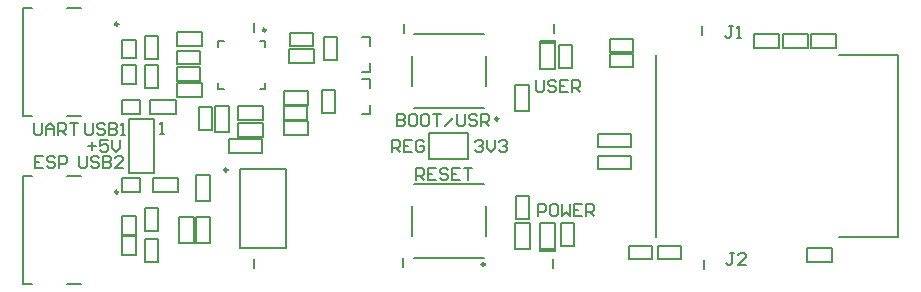
<source format=gto>
G04*
G04 #@! TF.GenerationSoftware,Altium Limited,Altium Designer,25.8.1 (18)*
G04*
G04 Layer_Color=65535*
%FSLAX25Y25*%
%MOIN*%
G70*
G04*
G04 #@! TF.SameCoordinates,84CAB14F-A09E-4842-903A-F773CCEDBAE3*
G04*
G04*
G04 #@! TF.FilePolarity,Positive*
G04*
G01*
G75*
%ADD10C,0.01000*%
%ADD11C,0.00984*%
%ADD12C,0.00600*%
%ADD13C,0.00787*%
%ADD14C,0.00500*%
%ADD15R,0.05600X0.01400*%
D10*
X152000Y10500D02*
G03*
X152000Y10500I-500J0D01*
G01*
X156500Y59000D02*
G03*
X156500Y59000I-500J0D01*
G01*
D11*
X78992Y88600D02*
G03*
X78992Y88600I-492J0D01*
G01*
X29783Y90571D02*
G03*
X29783Y90571I-492J0D01*
G01*
Y34587D02*
G03*
X29783Y34587I-492J0D01*
G01*
X66189Y41992D02*
G03*
X66189Y41992I-492J0D01*
G01*
D12*
X189700Y42300D02*
Y46700D01*
Y42300D02*
X197400D01*
X189700Y46700D02*
X197400D01*
X152300Y19967D02*
Y30033D01*
X128360Y12700D02*
X151640D01*
X127700Y19967D02*
Y30033D01*
X128360Y37300D02*
X151640D01*
X74900Y9300D02*
Y12300D01*
X124700Y9500D02*
Y12500D01*
X174800Y9300D02*
Y12300D01*
X224900Y9100D02*
Y12100D01*
X74949Y87851D02*
Y90851D01*
X125000Y87500D02*
Y90500D01*
X175000Y87500D02*
Y90500D01*
X224500Y87000D02*
Y90000D01*
X133500Y45750D02*
Y54250D01*
X146500D01*
X133500Y45750D02*
X146500D01*
Y54250D01*
X102200Y61100D02*
Y68800D01*
X97800Y61100D02*
X102200D01*
X97800D02*
Y68800D01*
X102200D01*
X43200Y21600D02*
Y29300D01*
X38800Y21600D02*
X43200D01*
X38800D02*
Y29300D01*
X43200D01*
X193100Y49600D02*
X200800D01*
X193100Y54000D02*
X200800D01*
Y49600D02*
Y54000D01*
X87100Y83300D02*
X94800D01*
X87100D02*
Y87700D01*
X94800D01*
Y83300D02*
Y87700D01*
X86800Y77600D02*
X95200D01*
X86800D02*
Y82300D01*
X95200D01*
Y77600D02*
Y82300D01*
X166900Y15800D02*
Y24200D01*
X162200Y15800D02*
X166900D01*
X162200D02*
Y24200D01*
X166900D01*
X177300Y16499D02*
Y24199D01*
X181700D01*
Y16499D02*
Y24199D01*
X177300Y16499D02*
X181700D01*
X259300Y15900D02*
X267700D01*
Y11200D02*
Y15900D01*
X259300Y11200D02*
X267700D01*
X259300D02*
Y15900D01*
X251300Y82600D02*
X259700D01*
X251300D02*
Y87300D01*
X259700D01*
Y82600D02*
Y87300D01*
X189798Y49600D02*
Y54000D01*
Y49600D02*
X197498D01*
X189798Y54000D02*
X197498D01*
X200800Y42300D02*
Y46700D01*
X193100D02*
X200800D01*
X193100Y42300D02*
X200800D01*
X78200Y58600D02*
Y63300D01*
X69800D02*
X78200D01*
X69800Y58600D02*
Y63300D01*
Y58600D02*
X78200D01*
X77800Y47800D02*
Y52200D01*
X70100D02*
X77800D01*
X70100Y47800D02*
X77800D01*
X66798D02*
Y52200D01*
Y47800D02*
X74498D01*
X66798Y52200D02*
X74498D01*
X78200Y53100D02*
Y57800D01*
X69800D02*
X78200D01*
X69800Y53100D02*
Y57800D01*
Y53100D02*
X78200D01*
X49401Y71800D02*
Y76200D01*
Y71800D02*
X57101D01*
Y76200D01*
X49401D02*
X57101D01*
X38800Y86800D02*
X43200D01*
X38800Y79100D02*
Y86800D01*
Y79100D02*
X43200D01*
Y86800D01*
X38800Y69200D02*
X43200D01*
Y76900D01*
X38800D02*
X43200D01*
X38800Y69200D02*
Y76900D01*
X152300Y69967D02*
Y80033D01*
X128360Y62700D02*
X151640D01*
X127700Y69967D02*
Y80033D01*
X128360Y87300D02*
X151640D01*
X33250Y59000D02*
X41750D01*
Y41000D02*
Y59000D01*
X33250Y41000D02*
X41750D01*
X33250D02*
Y59000D01*
X176800Y83800D02*
X181200D01*
X176800Y76100D02*
Y83800D01*
Y76100D02*
X181200D01*
Y83800D01*
X49401Y77300D02*
Y81700D01*
Y77300D02*
X57101D01*
Y81700D01*
X49401D02*
X57101D01*
X56800Y55200D02*
X61200D01*
Y62900D01*
X56800D02*
X61200D01*
X56800Y55200D02*
Y62900D01*
X85200Y53800D02*
Y58200D01*
Y53800D02*
X92900D01*
Y58200D01*
X85200D02*
X92900D01*
X85200Y63800D02*
Y68200D01*
Y63800D02*
X92900D01*
Y68200D01*
X85200D02*
X92900D01*
X92800Y58800D02*
Y63200D01*
X85100D02*
X92800D01*
X85100Y58800D02*
Y63200D01*
Y58800D02*
X92800D01*
X38800Y11200D02*
X43200D01*
Y18900D01*
X38800D02*
X43200D01*
X38800Y11200D02*
Y18900D01*
X162300Y25700D02*
X166700D01*
Y33400D01*
X162300D02*
X166700D01*
X162300Y25700D02*
Y33400D01*
X193700Y81300D02*
Y85700D01*
Y81300D02*
X201400D01*
Y85700D01*
X193700D02*
X201400D01*
X207800Y12300D02*
Y16700D01*
X200100D02*
X207800D01*
X200100Y12300D02*
Y16700D01*
Y12300D02*
X207800D01*
X98300Y78700D02*
X102700D01*
Y86400D01*
X98300D02*
X102700D01*
X98300Y78700D02*
Y86400D01*
X217300Y12300D02*
Y16700D01*
X209600D02*
X217300D01*
X209600Y12300D02*
Y16700D01*
Y12300D02*
X217300D01*
X193700Y76300D02*
Y80700D01*
Y76300D02*
X201400D01*
Y80700D01*
X193700D02*
X201400D01*
X48921Y60600D02*
Y65300D01*
X40521D02*
X48921D01*
X40521Y60600D02*
Y65300D01*
Y60600D02*
X48921D01*
X62100Y54800D02*
X66800D01*
Y63200D01*
X62100D02*
X66800D01*
X62100Y54800D02*
Y63200D01*
X49300Y66200D02*
Y70900D01*
Y66200D02*
X57700D01*
Y70900D01*
X49300D02*
X57700D01*
X269200Y82600D02*
Y87300D01*
X260800D02*
X269200D01*
X260800Y82600D02*
Y87300D01*
Y82600D02*
X269200D01*
X49700Y34600D02*
Y39300D01*
X41300D02*
X49700D01*
X41300Y34600D02*
Y39300D01*
Y34600D02*
X49700D01*
X49300Y83200D02*
Y87900D01*
Y83200D02*
X57700D01*
Y87900D01*
X49300D02*
X57700D01*
X55600Y31800D02*
X60300D01*
Y40200D01*
X55600D02*
X60300D01*
X55600Y31800D02*
Y40200D01*
X55700Y26200D02*
X60400D01*
X55700Y17800D02*
Y26200D01*
Y17800D02*
X60400D01*
Y26200D01*
X50200D02*
X54900D01*
X50200Y17800D02*
Y26200D01*
Y17800D02*
X54900D01*
Y26200D01*
X241800Y82700D02*
Y87400D01*
Y82700D02*
X250200D01*
Y87400D01*
X241800D02*
X250200D01*
X162100Y61800D02*
X166800D01*
Y70200D01*
X162100D02*
X166800D01*
X162100Y61800D02*
Y70200D01*
X170500Y85100D02*
X175500D01*
X170500Y75700D02*
Y85100D01*
Y75700D02*
X175500D01*
Y85100D01*
X170500Y14900D02*
Y24300D01*
X175500D01*
Y14900D02*
Y24300D01*
X170500Y14900D02*
X175500D01*
X30900Y60700D02*
Y65300D01*
Y60700D02*
X37100D01*
Y65300D01*
X30900D02*
X37100D01*
X31200Y85379D02*
X35800D01*
X31200Y79180D02*
Y85379D01*
Y79180D02*
X35800D01*
Y85379D01*
X31200Y70621D02*
X35800D01*
Y76820D01*
X31200D02*
X35800D01*
X31200Y70621D02*
Y76820D01*
X30900Y34700D02*
Y39300D01*
Y34700D02*
X37100D01*
Y39300D01*
X30900D02*
X37100D01*
X31200Y26600D02*
X35800D01*
X31200Y20400D02*
Y26600D01*
Y20400D02*
X35800D01*
Y26600D01*
X31200Y13621D02*
X35800D01*
Y19820D01*
X31200D02*
X35800D01*
X31200Y13621D02*
Y19820D01*
X18600Y57599D02*
Y54266D01*
X19266Y53600D01*
X20599D01*
X21266Y54266D01*
Y57599D01*
X25264Y56932D02*
X24598Y57599D01*
X23265D01*
X22599Y56932D01*
Y56266D01*
X23265Y55599D01*
X24598D01*
X25264Y54933D01*
Y54266D01*
X24598Y53600D01*
X23265D01*
X22599Y54266D01*
X26597Y57599D02*
Y53600D01*
X28597D01*
X29263Y54266D01*
Y54933D01*
X28597Y55599D01*
X26597D01*
X28597D01*
X29263Y56266D01*
Y56932D01*
X28597Y57599D01*
X26597D01*
X30596Y53600D02*
X31929D01*
X31263D01*
Y57599D01*
X30596Y56932D01*
X234766Y90099D02*
X233433D01*
X234099D01*
Y86766D01*
X233433Y86100D01*
X232766D01*
X232100Y86766D01*
X236099Y86100D02*
X237432D01*
X236765D01*
Y90099D01*
X236099Y89432D01*
X169100Y72099D02*
Y68766D01*
X169766Y68100D01*
X171099D01*
X171766Y68766D01*
Y72099D01*
X175765Y71432D02*
X175098Y72099D01*
X173765D01*
X173099Y71432D01*
Y70766D01*
X173765Y70099D01*
X175098D01*
X175765Y69433D01*
Y68766D01*
X175098Y68100D01*
X173765D01*
X173099Y68766D01*
X179763Y72099D02*
X177097D01*
Y68100D01*
X179763D01*
X177097Y70099D02*
X178430D01*
X181096Y68100D02*
Y72099D01*
X183096D01*
X183762Y71432D01*
Y70099D01*
X183096Y69433D01*
X181096D01*
X182429D02*
X183762Y68100D01*
X169600Y26600D02*
Y30599D01*
X171599D01*
X172266Y29932D01*
Y28599D01*
X171599Y27933D01*
X169600D01*
X175598Y30599D02*
X174265D01*
X173599Y29932D01*
Y27266D01*
X174265Y26600D01*
X175598D01*
X176265Y27266D01*
Y29932D01*
X175598Y30599D01*
X177597D02*
Y26600D01*
X178930Y27933D01*
X180263Y26600D01*
Y30599D01*
X184262D02*
X181596D01*
Y26600D01*
X184262D01*
X181596Y28599D02*
X182929D01*
X185595Y26600D02*
Y30599D01*
X187594D01*
X188261Y29932D01*
Y28599D01*
X187594Y27933D01*
X185595D01*
X186928D02*
X188261Y26600D01*
X122600Y60599D02*
Y56600D01*
X124599D01*
X125266Y57266D01*
Y57933D01*
X124599Y58599D01*
X122600D01*
X124599D01*
X125266Y59266D01*
Y59932D01*
X124599Y60599D01*
X122600D01*
X128598D02*
X127265D01*
X126599Y59932D01*
Y57266D01*
X127265Y56600D01*
X128598D01*
X129264Y57266D01*
Y59932D01*
X128598Y60599D01*
X132597D02*
X131264D01*
X130597Y59932D01*
Y57266D01*
X131264Y56600D01*
X132597D01*
X133263Y57266D01*
Y59932D01*
X132597Y60599D01*
X134596D02*
X137262D01*
X135929D01*
Y56600D01*
X138595D02*
X141261Y59266D01*
X142594Y60599D02*
Y57266D01*
X143260Y56600D01*
X144593D01*
X145259Y57266D01*
Y60599D01*
X149258Y59932D02*
X148592Y60599D01*
X147259D01*
X146592Y59932D01*
Y59266D01*
X147259Y58599D01*
X148592D01*
X149258Y57933D01*
Y57266D01*
X148592Y56600D01*
X147259D01*
X146592Y57266D01*
X150591Y56600D02*
Y60599D01*
X152590D01*
X153257Y59932D01*
Y58599D01*
X152590Y57933D01*
X150591D01*
X151924D02*
X153257Y56600D01*
X129100Y38600D02*
Y42599D01*
X131099D01*
X131766Y41932D01*
Y40599D01*
X131099Y39933D01*
X129100D01*
X130433D02*
X131766Y38600D01*
X135765Y42599D02*
X133099D01*
Y38600D01*
X135765D01*
X133099Y40599D02*
X134432D01*
X139763Y41932D02*
X139097Y42599D01*
X137764D01*
X137097Y41932D01*
Y41266D01*
X137764Y40599D01*
X139097D01*
X139763Y39933D01*
Y39266D01*
X139097Y38600D01*
X137764D01*
X137097Y39266D01*
X143762Y42599D02*
X141096D01*
Y38600D01*
X143762D01*
X141096Y40599D02*
X142429D01*
X145095Y42599D02*
X147761D01*
X146428D01*
Y38600D01*
X148600Y51432D02*
X149267Y52099D01*
X150599D01*
X151266Y51432D01*
Y50766D01*
X150599Y50099D01*
X149933D01*
X150599D01*
X151266Y49433D01*
Y48766D01*
X150599Y48100D01*
X149267D01*
X148600Y48766D01*
X152599Y52099D02*
Y49433D01*
X153932Y48100D01*
X155264Y49433D01*
Y52099D01*
X156597Y51432D02*
X157264Y52099D01*
X158597D01*
X159263Y51432D01*
Y50766D01*
X158597Y50099D01*
X157930D01*
X158597D01*
X159263Y49433D01*
Y48766D01*
X158597Y48100D01*
X157264D01*
X156597Y48766D01*
X121100Y48100D02*
Y52099D01*
X123099D01*
X123766Y51432D01*
Y50099D01*
X123099Y49433D01*
X121100D01*
X122433D02*
X123766Y48100D01*
X127764Y52099D02*
X125099D01*
Y48100D01*
X127764D01*
X125099Y50099D02*
X126432D01*
X131763Y51432D02*
X131097Y52099D01*
X129764D01*
X129097Y51432D01*
Y48766D01*
X129764Y48100D01*
X131097D01*
X131763Y48766D01*
Y50099D01*
X130430D01*
X16600Y46599D02*
Y43266D01*
X17266Y42600D01*
X18599D01*
X19266Y43266D01*
Y46599D01*
X23265Y45932D02*
X22598Y46599D01*
X21265D01*
X20599Y45932D01*
Y45266D01*
X21265Y44599D01*
X22598D01*
X23265Y43933D01*
Y43266D01*
X22598Y42600D01*
X21265D01*
X20599Y43266D01*
X24597Y46599D02*
Y42600D01*
X26597D01*
X27263Y43266D01*
Y43933D01*
X26597Y44599D01*
X24597D01*
X26597D01*
X27263Y45266D01*
Y45932D01*
X26597Y46599D01*
X24597D01*
X31262Y42600D02*
X28596D01*
X31262Y45266D01*
Y45932D01*
X30595Y46599D01*
X29263D01*
X28596Y45932D01*
X19600Y50099D02*
X22266D01*
X20933Y51432D02*
Y48766D01*
X26265Y52099D02*
X23599D01*
Y50099D01*
X24932Y50766D01*
X25598D01*
X26265Y50099D01*
Y48766D01*
X25598Y48100D01*
X24265D01*
X23599Y48766D01*
X27597Y52099D02*
Y49433D01*
X28930Y48100D01*
X30263Y49433D01*
Y52099D01*
X1600Y57599D02*
Y54266D01*
X2266Y53600D01*
X3599D01*
X4266Y54266D01*
Y57599D01*
X5599Y53600D02*
Y56266D01*
X6932Y57599D01*
X8264Y56266D01*
Y53600D01*
Y55599D01*
X5599D01*
X9597Y53600D02*
Y57599D01*
X11597D01*
X12263Y56932D01*
Y55599D01*
X11597Y54933D01*
X9597D01*
X10930D02*
X12263Y53600D01*
X13596Y57599D02*
X16262D01*
X14929D01*
Y53600D01*
X4766Y46599D02*
X2100D01*
Y42600D01*
X4766D01*
X2100Y44599D02*
X3433D01*
X8765Y45932D02*
X8098Y46599D01*
X6765D01*
X6099Y45932D01*
Y45266D01*
X6765Y44599D01*
X8098D01*
X8765Y43933D01*
Y43266D01*
X8098Y42600D01*
X6765D01*
X6099Y43266D01*
X10097Y42600D02*
Y46599D01*
X12097D01*
X12763Y45932D01*
Y44599D01*
X12097Y43933D01*
X10097D01*
X235066Y14199D02*
X233733D01*
X234399D01*
Y10866D01*
X233733Y10200D01*
X233066D01*
X232400Y10866D01*
X239065Y10200D02*
X236399D01*
X239065Y12866D01*
Y13532D01*
X238398Y14199D01*
X237065D01*
X236399Y13532D01*
X43600Y54100D02*
X44933D01*
X44266D01*
Y58099D01*
X43600Y57432D01*
D13*
X63126Y69126D02*
Y71095D01*
Y69126D02*
X65095D01*
X78874D02*
Y71095D01*
X76906Y69126D02*
X78874D01*
X63126Y82906D02*
Y84874D01*
X65095D01*
X78874Y82906D02*
Y84874D01*
X76906D02*
X78874D01*
X113559Y83354D02*
Y86209D01*
X111000D02*
X113559D01*
Y74791D02*
Y77646D01*
X111000Y74791D02*
X113559D01*
X12559Y95984D02*
X17480D01*
X-1909D02*
X945D01*
X-1909Y60000D02*
Y95984D01*
X12559Y60000D02*
X17480D01*
X-1909D02*
X945D01*
X-1909Y4016D02*
X945D01*
X12559D02*
X17480D01*
X-1909D02*
Y40000D01*
X945D01*
X12559D02*
X17480D01*
X111000Y60791D02*
X113559D01*
Y63646D01*
X111000Y72209D02*
X113559D01*
Y69354D02*
Y72209D01*
X70323Y15811D02*
X85677D01*
X70323Y42189D02*
X85677D01*
Y15811D02*
Y42189D01*
X70323Y15811D02*
Y42189D01*
D14*
X269917Y80315D02*
X289799D01*
X209090Y19685D02*
Y80315D01*
X269917Y19685D02*
X289799D01*
Y80315D01*
D15*
X173000Y84700D02*
D03*
Y15300D02*
D03*
M02*

</source>
